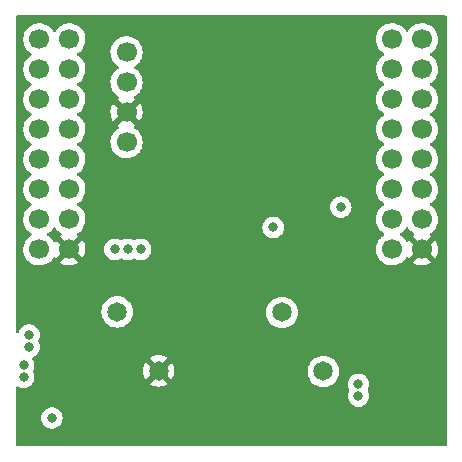
<source format=gbr>
%TF.GenerationSoftware,KiCad,Pcbnew,(6.0.8-1)-1*%
%TF.CreationDate,2024-02-06T23:44:39-06:00*%
%TF.ProjectId,openmv_can_shield,6f70656e-6d76-45f6-9361-6e5f73686965,rev?*%
%TF.SameCoordinates,Original*%
%TF.FileFunction,Copper,L4,Bot*%
%TF.FilePolarity,Positive*%
%FSLAX46Y46*%
G04 Gerber Fmt 4.6, Leading zero omitted, Abs format (unit mm)*
G04 Created by KiCad (PCBNEW (6.0.8-1)-1) date 2024-02-06 23:44:39*
%MOMM*%
%LPD*%
G01*
G04 APERTURE LIST*
%TA.AperFunction,ComponentPad*%
%ADD10C,1.700000*%
%TD*%
%TA.AperFunction,ComponentPad*%
%ADD11C,1.650000*%
%TD*%
%TA.AperFunction,ViaPad*%
%ADD12C,0.800000*%
%TD*%
G04 APERTURE END LIST*
D10*
%TO.P,RT1,A1,SPI_MOSI*%
%TO.N,unconnected-(RT1-PadA1)*%
X125304800Y-82212800D03*
%TO.P,RT1,A2,SPI_MISO_CAN_TX*%
%TO.N,/CAN_TX*%
X125304800Y-84752800D03*
%TO.P,RT1,A3,SPI_SCLK*%
%TO.N,unconnected-(RT1-PadA3)*%
X125304800Y-87292800D03*
%TO.P,RT1,A4,SPI_SS_CAN_RX*%
%TO.N,/CAN_RX*%
X125304800Y-89832800D03*
%TO.P,RT1,A5,I2C_SCL*%
%TO.N,/SCL*%
X125304800Y-92372800D03*
%TO.P,RT1,A6,I2C_SDA*%
%TO.N,/SDA*%
X125304800Y-94912800D03*
%TO.P,RT1,A7,ADC*%
%TO.N,unconnected-(RT1-PadA7)*%
X125304800Y-97452800D03*
%TO.P,RT1,A8,3V3*%
%TO.N,+3.3V*%
X125304800Y-99992800D03*
%TO.P,RT1,B1,ETH_LED*%
%TO.N,unconnected-(RT1-PadB1)*%
X127844800Y-82212800D03*
%TO.P,RT1,B2,ETH_RXN*%
%TO.N,unconnected-(RT1-PadB2)*%
X127844800Y-84752800D03*
%TO.P,RT1,B3,ETH_RXP*%
%TO.N,unconnected-(RT1-PadB3)*%
X127844800Y-87292800D03*
%TO.P,RT1,B4,ETH_TXN*%
%TO.N,unconnected-(RT1-PadB4)*%
X127844800Y-89832800D03*
%TO.P,RT1,B5,ETH_TXP*%
%TO.N,unconnected-(RT1-PadB5)*%
X127844800Y-92372800D03*
%TO.P,RT1,B6,ON_OFF*%
%TO.N,unconnected-(RT1-PadB6)*%
X127844800Y-94912800D03*
%TO.P,RT1,B7,VRAW*%
%TO.N,unconnected-(RT1-PadB7)*%
X127844800Y-97452800D03*
%TO.P,RT1,B8,GND*%
%TO.N,GND*%
X127844800Y-99992800D03*
%TO.P,RT1,C1,NC*%
%TO.N,unconnected-(RT1-PadC1)*%
X155164800Y-82212800D03*
%TO.P,RT1,C2,NC*%
%TO.N,unconnected-(RT1-PadC2)*%
X155164800Y-84752800D03*
%TO.P,RT1,C3,NC*%
%TO.N,unconnected-(RT1-PadC3)*%
X155164800Y-87292800D03*
%TO.P,RT1,C4,NC*%
%TO.N,unconnected-(RT1-PadC4)*%
X155164800Y-89832800D03*
%TO.P,RT1,C5,P14*%
%TO.N,unconnected-(RT1-PadC5)*%
X155164800Y-92372800D03*
%TO.P,RT1,C6,P13*%
%TO.N,unconnected-(RT1-PadC6)*%
X155164800Y-94912800D03*
%TO.P,RT1,C7,SBL*%
%TO.N,unconnected-(RT1-PadC7)*%
X155164800Y-97452800D03*
%TO.P,RT1,C8,3V3*%
%TO.N,+3.3V*%
X155164800Y-99992800D03*
%TO.P,RT1,D1,RESETn*%
%TO.N,unconnected-(RT1-PadD1)*%
X157704800Y-82212800D03*
%TO.P,RT1,D2,P11_WAKEn*%
%TO.N,unconnected-(RT1-PadD2)*%
X157704800Y-84752800D03*
%TO.P,RT1,D3,P10_PWM1_B3*%
%TO.N,unconnected-(RT1-PadD3)*%
X157704800Y-87292800D03*
%TO.P,RT1,D4,P9_PWM1_A3*%
%TO.N,unconnected-(RT1-PadD4)*%
X157704800Y-89832800D03*
%TO.P,RT1,D5,P8_PWM2_B0*%
%TO.N,unconnected-(RT1-PadD5)*%
X157704800Y-92372800D03*
%TO.P,RT1,D6,P7_PWM2_A0*%
%TO.N,unconnected-(RT1-PadD6)*%
X157704800Y-94912800D03*
%TO.P,RT1,D7,VIN*%
%TO.N,+5V*%
X157704800Y-97452800D03*
%TO.P,RT1,D8,GND*%
%TO.N,GND*%
X157704800Y-99992800D03*
%TD*%
D11*
%TO.P,J1,1,1*%
%TO.N,+BATT*%
X131907400Y-105286800D03*
%TO.P,J1,2,2*%
%TO.N,GND*%
X135407400Y-110286800D03*
%TD*%
%TO.P,J3,1,1*%
%TO.N,/CAN_H*%
X145852000Y-105337600D03*
%TO.P,J3,2,2*%
%TO.N,/CAN_L*%
X149352000Y-110337600D03*
%TD*%
D10*
%TO.P,U1,1,EN*%
%TO.N,Net-(R1-Pad2)*%
X132689600Y-83312000D03*
%TO.P,U1,2,VIN*%
%TO.N,+12V*%
X132689600Y-85852000D03*
%TO.P,U1,3,GND*%
%TO.N,GND*%
X132689600Y-88392000D03*
%TO.P,U1,4,VOUT*%
%TO.N,+5V*%
X132689600Y-90932000D03*
%TD*%
D12*
%TO.N,GND*%
X137439400Y-100152200D03*
X150850600Y-92100400D03*
X138963400Y-100152200D03*
X126136400Y-102870000D03*
X156444800Y-111855400D03*
X140487400Y-100152200D03*
X156444800Y-110153600D03*
X149936200Y-98450400D03*
X148107400Y-98069400D03*
%TO.N,/CAN_TX*%
X150825200Y-96418400D03*
%TO.N,/CAN_RX*%
X145110200Y-98145600D03*
%TO.N,/SCL*%
X152323800Y-111420897D03*
%TO.N,/SDA*%
X152323800Y-112420400D03*
%TO.N,+12V*%
X123977400Y-110820200D03*
X124434600Y-107238800D03*
X133883400Y-99999800D03*
X132791200Y-99999800D03*
X123977400Y-109804200D03*
X124434600Y-108254800D03*
X131699000Y-99999800D03*
%TO.N,+BATT*%
X126365000Y-114274600D03*
%TD*%
%TA.AperFunction,Conductor*%
%TO.N,GND*%
G36*
X159733021Y-80208302D02*
G01*
X159779514Y-80261958D01*
X159790900Y-80314300D01*
X159790900Y-116545300D01*
X159770898Y-116613421D01*
X159717242Y-116659914D01*
X159664900Y-116671300D01*
X123433900Y-116671300D01*
X123365779Y-116651298D01*
X123319286Y-116597642D01*
X123307900Y-116545300D01*
X123307900Y-114274600D01*
X125451496Y-114274600D01*
X125471458Y-114464528D01*
X125530473Y-114646156D01*
X125625960Y-114811544D01*
X125753747Y-114953466D01*
X125908248Y-115065718D01*
X125914276Y-115068402D01*
X125914278Y-115068403D01*
X126076681Y-115140709D01*
X126082712Y-115143394D01*
X126176112Y-115163247D01*
X126263056Y-115181728D01*
X126263061Y-115181728D01*
X126269513Y-115183100D01*
X126460487Y-115183100D01*
X126466939Y-115181728D01*
X126466944Y-115181728D01*
X126553888Y-115163247D01*
X126647288Y-115143394D01*
X126653319Y-115140709D01*
X126815722Y-115068403D01*
X126815724Y-115068402D01*
X126821752Y-115065718D01*
X126976253Y-114953466D01*
X127104040Y-114811544D01*
X127199527Y-114646156D01*
X127258542Y-114464528D01*
X127278504Y-114274600D01*
X127258542Y-114084672D01*
X127199527Y-113903044D01*
X127104040Y-113737656D01*
X126976253Y-113595734D01*
X126821752Y-113483482D01*
X126815724Y-113480798D01*
X126815722Y-113480797D01*
X126653319Y-113408491D01*
X126653318Y-113408491D01*
X126647288Y-113405806D01*
X126553887Y-113385953D01*
X126466944Y-113367472D01*
X126466939Y-113367472D01*
X126460487Y-113366100D01*
X126269513Y-113366100D01*
X126263061Y-113367472D01*
X126263056Y-113367472D01*
X126176112Y-113385953D01*
X126082712Y-113405806D01*
X126076682Y-113408491D01*
X126076681Y-113408491D01*
X125914278Y-113480797D01*
X125914276Y-113480798D01*
X125908248Y-113483482D01*
X125753747Y-113595734D01*
X125625960Y-113737656D01*
X125530473Y-113903044D01*
X125471458Y-114084672D01*
X125451496Y-114274600D01*
X123307900Y-114274600D01*
X123307900Y-112420400D01*
X151410296Y-112420400D01*
X151430258Y-112610328D01*
X151489273Y-112791956D01*
X151584760Y-112957344D01*
X151712547Y-113099266D01*
X151867048Y-113211518D01*
X151873076Y-113214202D01*
X151873078Y-113214203D01*
X152035481Y-113286509D01*
X152041512Y-113289194D01*
X152134913Y-113309047D01*
X152221856Y-113327528D01*
X152221861Y-113327528D01*
X152228313Y-113328900D01*
X152419287Y-113328900D01*
X152425739Y-113327528D01*
X152425744Y-113327528D01*
X152512687Y-113309047D01*
X152606088Y-113289194D01*
X152612119Y-113286509D01*
X152774522Y-113214203D01*
X152774524Y-113214202D01*
X152780552Y-113211518D01*
X152935053Y-113099266D01*
X153062840Y-112957344D01*
X153158327Y-112791956D01*
X153217342Y-112610328D01*
X153237304Y-112420400D01*
X153217342Y-112230472D01*
X153158327Y-112048844D01*
X153120686Y-111983648D01*
X153103948Y-111914653D01*
X153120685Y-111857650D01*
X153158327Y-111792453D01*
X153217342Y-111610825D01*
X153219201Y-111593144D01*
X153236614Y-111427462D01*
X153237304Y-111420897D01*
X153234142Y-111390813D01*
X153218032Y-111237532D01*
X153218032Y-111237530D01*
X153217342Y-111230969D01*
X153158327Y-111049341D01*
X153062840Y-110883953D01*
X152999526Y-110813635D01*
X152939475Y-110746942D01*
X152939474Y-110746941D01*
X152935053Y-110742031D01*
X152810227Y-110651339D01*
X152785894Y-110633660D01*
X152785893Y-110633659D01*
X152780552Y-110629779D01*
X152774524Y-110627095D01*
X152774522Y-110627094D01*
X152612119Y-110554788D01*
X152612118Y-110554788D01*
X152606088Y-110552103D01*
X152512688Y-110532250D01*
X152425744Y-110513769D01*
X152425739Y-110513769D01*
X152419287Y-110512397D01*
X152228313Y-110512397D01*
X152221861Y-110513769D01*
X152221856Y-110513769D01*
X152134912Y-110532250D01*
X152041512Y-110552103D01*
X152035482Y-110554788D01*
X152035481Y-110554788D01*
X151873078Y-110627094D01*
X151873076Y-110627095D01*
X151867048Y-110629779D01*
X151861707Y-110633659D01*
X151861706Y-110633660D01*
X151837373Y-110651339D01*
X151712547Y-110742031D01*
X151708126Y-110746941D01*
X151708125Y-110746942D01*
X151648075Y-110813635D01*
X151584760Y-110883953D01*
X151489273Y-111049341D01*
X151430258Y-111230969D01*
X151429568Y-111237530D01*
X151429568Y-111237532D01*
X151413458Y-111390813D01*
X151410296Y-111420897D01*
X151410986Y-111427462D01*
X151428400Y-111593144D01*
X151430258Y-111610825D01*
X151489273Y-111792453D01*
X151526915Y-111857650D01*
X151543652Y-111926642D01*
X151526914Y-111983648D01*
X151489273Y-112048844D01*
X151430258Y-112230472D01*
X151410296Y-112420400D01*
X123307900Y-112420400D01*
X123307900Y-111704036D01*
X123327902Y-111635915D01*
X123381558Y-111589422D01*
X123451832Y-111579318D01*
X123507961Y-111602100D01*
X123520648Y-111611318D01*
X123526676Y-111614002D01*
X123526678Y-111614003D01*
X123689081Y-111686309D01*
X123695112Y-111688994D01*
X123765879Y-111704036D01*
X123875456Y-111727328D01*
X123875461Y-111727328D01*
X123881913Y-111728700D01*
X124072887Y-111728700D01*
X124079339Y-111727328D01*
X124079344Y-111727328D01*
X124188921Y-111704036D01*
X124259688Y-111688994D01*
X124265719Y-111686309D01*
X124428122Y-111614003D01*
X124428124Y-111614002D01*
X124434152Y-111611318D01*
X124445410Y-111603139D01*
X124529736Y-111541872D01*
X124588653Y-111499066D01*
X124593075Y-111494155D01*
X124686124Y-111390813D01*
X134667942Y-111390813D01*
X134677238Y-111402828D01*
X134733846Y-111442465D01*
X134743341Y-111447948D01*
X134944764Y-111541872D01*
X134955056Y-111545618D01*
X135169728Y-111603139D01*
X135180523Y-111605042D01*
X135401925Y-111624413D01*
X135412875Y-111624413D01*
X135634277Y-111605042D01*
X135645072Y-111603139D01*
X135859744Y-111545618D01*
X135870036Y-111541872D01*
X136071459Y-111447948D01*
X136080954Y-111442465D01*
X136138400Y-111402241D01*
X136146775Y-111391764D01*
X136139707Y-111378317D01*
X135420212Y-110658822D01*
X135406268Y-110651208D01*
X135404435Y-110651339D01*
X135397820Y-110655590D01*
X134674372Y-111379038D01*
X134667942Y-111390813D01*
X124686124Y-111390813D01*
X124712021Y-111362052D01*
X124712022Y-111362051D01*
X124716440Y-111357144D01*
X124811927Y-111191756D01*
X124870942Y-111010128D01*
X124876174Y-110960354D01*
X124890214Y-110826765D01*
X124890904Y-110820200D01*
X124887742Y-110790116D01*
X124871632Y-110636835D01*
X124871632Y-110636833D01*
X124870942Y-110630272D01*
X124811927Y-110448644D01*
X124769524Y-110375200D01*
X124752786Y-110306205D01*
X124756876Y-110292275D01*
X134069787Y-110292275D01*
X134089158Y-110513677D01*
X134091061Y-110524472D01*
X134148582Y-110739144D01*
X134152328Y-110749436D01*
X134246252Y-110950859D01*
X134251735Y-110960354D01*
X134291959Y-111017800D01*
X134302436Y-111026175D01*
X134315883Y-111019107D01*
X135035378Y-110299612D01*
X135041756Y-110287932D01*
X135771808Y-110287932D01*
X135771939Y-110289765D01*
X135776190Y-110296380D01*
X136499638Y-111019828D01*
X136511413Y-111026258D01*
X136523428Y-111016962D01*
X136563065Y-110960354D01*
X136568548Y-110950859D01*
X136662472Y-110749436D01*
X136666218Y-110739144D01*
X136723739Y-110524472D01*
X136725642Y-110513677D01*
X136741047Y-110337600D01*
X148013406Y-110337600D01*
X148033742Y-110570044D01*
X148035166Y-110575357D01*
X148035166Y-110575359D01*
X148051639Y-110636835D01*
X148094133Y-110795426D01*
X148096455Y-110800406D01*
X148096456Y-110800408D01*
X148190418Y-111001910D01*
X148190421Y-111001915D01*
X148192744Y-111006897D01*
X148195900Y-111011404D01*
X148195901Y-111011406D01*
X148322184Y-111191756D01*
X148326578Y-111198032D01*
X148491568Y-111363022D01*
X148496076Y-111366179D01*
X148496079Y-111366181D01*
X148612855Y-111447948D01*
X148682703Y-111496856D01*
X148687685Y-111499179D01*
X148687690Y-111499182D01*
X148889192Y-111593144D01*
X148894174Y-111595467D01*
X148899482Y-111596889D01*
X148899484Y-111596890D01*
X149114241Y-111654434D01*
X149114243Y-111654434D01*
X149119556Y-111655858D01*
X149352000Y-111676194D01*
X149584444Y-111655858D01*
X149589757Y-111654434D01*
X149589759Y-111654434D01*
X149804516Y-111596890D01*
X149804518Y-111596889D01*
X149809826Y-111595467D01*
X149814808Y-111593144D01*
X150016310Y-111499182D01*
X150016315Y-111499179D01*
X150021297Y-111496856D01*
X150091145Y-111447948D01*
X150207921Y-111366181D01*
X150207924Y-111366179D01*
X150212432Y-111363022D01*
X150377422Y-111198032D01*
X150381817Y-111191756D01*
X150508099Y-111011406D01*
X150508100Y-111011404D01*
X150511256Y-111006897D01*
X150513579Y-111001915D01*
X150513582Y-111001910D01*
X150607544Y-110800408D01*
X150607545Y-110800406D01*
X150609867Y-110795426D01*
X150652362Y-110636835D01*
X150668834Y-110575359D01*
X150668834Y-110575357D01*
X150670258Y-110570044D01*
X150690594Y-110337600D01*
X150670258Y-110105156D01*
X150638750Y-109987565D01*
X150611290Y-109885084D01*
X150611289Y-109885082D01*
X150609867Y-109879774D01*
X150583936Y-109824164D01*
X150513582Y-109673290D01*
X150513579Y-109673285D01*
X150511256Y-109668303D01*
X150472705Y-109613246D01*
X150380581Y-109481679D01*
X150380579Y-109481676D01*
X150377422Y-109477168D01*
X150212432Y-109312178D01*
X150207924Y-109309021D01*
X150207921Y-109309019D01*
X150025806Y-109181501D01*
X150025804Y-109181500D01*
X150021297Y-109178344D01*
X150016315Y-109176021D01*
X150016310Y-109176018D01*
X149814808Y-109082056D01*
X149814806Y-109082055D01*
X149809826Y-109079733D01*
X149804518Y-109078311D01*
X149804516Y-109078310D01*
X149589759Y-109020766D01*
X149589757Y-109020766D01*
X149584444Y-109019342D01*
X149352000Y-108999006D01*
X149119556Y-109019342D01*
X149114243Y-109020766D01*
X149114241Y-109020766D01*
X148899484Y-109078310D01*
X148899482Y-109078311D01*
X148894174Y-109079733D01*
X148889194Y-109082055D01*
X148889192Y-109082056D01*
X148687690Y-109176018D01*
X148687685Y-109176021D01*
X148682703Y-109178344D01*
X148678196Y-109181500D01*
X148678194Y-109181501D01*
X148496079Y-109309019D01*
X148496076Y-109309021D01*
X148491568Y-109312178D01*
X148326578Y-109477168D01*
X148323421Y-109481676D01*
X148323419Y-109481679D01*
X148231295Y-109613246D01*
X148192744Y-109668303D01*
X148190421Y-109673285D01*
X148190418Y-109673290D01*
X148120064Y-109824164D01*
X148094133Y-109879774D01*
X148092711Y-109885082D01*
X148092710Y-109885084D01*
X148065250Y-109987565D01*
X148033742Y-110105156D01*
X148013406Y-110337600D01*
X136741047Y-110337600D01*
X136745013Y-110292275D01*
X136745013Y-110281325D01*
X136725642Y-110059923D01*
X136723739Y-110049128D01*
X136666218Y-109834456D01*
X136662472Y-109824164D01*
X136568548Y-109622741D01*
X136563065Y-109613246D01*
X136522841Y-109555800D01*
X136512364Y-109547425D01*
X136498917Y-109554493D01*
X135779422Y-110273988D01*
X135771808Y-110287932D01*
X135041756Y-110287932D01*
X135042992Y-110285668D01*
X135042861Y-110283835D01*
X135038610Y-110277220D01*
X134315162Y-109553772D01*
X134303387Y-109547342D01*
X134291372Y-109556638D01*
X134251735Y-109613246D01*
X134246252Y-109622741D01*
X134152328Y-109824164D01*
X134148582Y-109834456D01*
X134091061Y-110049128D01*
X134089158Y-110059923D01*
X134069787Y-110281325D01*
X134069787Y-110292275D01*
X124756876Y-110292275D01*
X124769524Y-110249200D01*
X124808623Y-110181479D01*
X124808624Y-110181478D01*
X124811927Y-110175756D01*
X124870942Y-109994128D01*
X124878496Y-109922261D01*
X124890214Y-109810765D01*
X124890904Y-109804200D01*
X124870942Y-109614272D01*
X124811927Y-109432644D01*
X124720518Y-109274319D01*
X124703780Y-109205325D01*
X124711909Y-109181836D01*
X134668025Y-109181836D01*
X134675093Y-109195283D01*
X135394588Y-109914778D01*
X135408532Y-109922392D01*
X135410365Y-109922261D01*
X135416980Y-109918010D01*
X136140428Y-109194562D01*
X136146858Y-109182787D01*
X136137562Y-109170772D01*
X136080954Y-109131135D01*
X136071459Y-109125652D01*
X135870036Y-109031728D01*
X135859744Y-109027982D01*
X135645072Y-108970461D01*
X135634277Y-108968558D01*
X135412875Y-108949187D01*
X135401925Y-108949187D01*
X135180523Y-108968558D01*
X135169728Y-108970461D01*
X134955056Y-109027982D01*
X134944764Y-109031728D01*
X134743341Y-109125652D01*
X134733846Y-109131135D01*
X134676400Y-109171359D01*
X134668025Y-109181836D01*
X124711909Y-109181836D01*
X124727000Y-109138233D01*
X124778388Y-109096213D01*
X124885322Y-109048603D01*
X124885324Y-109048602D01*
X124891352Y-109045918D01*
X124913153Y-109030079D01*
X124997828Y-108968558D01*
X125045853Y-108933666D01*
X125173640Y-108791744D01*
X125269127Y-108626356D01*
X125328142Y-108444728D01*
X125348104Y-108254800D01*
X125347414Y-108248235D01*
X125328832Y-108071435D01*
X125328832Y-108071433D01*
X125328142Y-108064872D01*
X125269127Y-107883244D01*
X125226724Y-107809800D01*
X125209986Y-107740805D01*
X125226724Y-107683800D01*
X125265823Y-107616079D01*
X125265824Y-107616078D01*
X125269127Y-107610356D01*
X125328142Y-107428728D01*
X125348104Y-107238800D01*
X125347414Y-107232235D01*
X125328832Y-107055435D01*
X125328832Y-107055433D01*
X125328142Y-107048872D01*
X125269127Y-106867244D01*
X125173640Y-106701856D01*
X125104794Y-106625394D01*
X125050275Y-106564845D01*
X125050274Y-106564844D01*
X125045853Y-106559934D01*
X124891352Y-106447682D01*
X124885324Y-106444998D01*
X124885322Y-106444997D01*
X124722919Y-106372691D01*
X124722918Y-106372691D01*
X124716888Y-106370006D01*
X124623488Y-106350153D01*
X124536544Y-106331672D01*
X124536539Y-106331672D01*
X124530087Y-106330300D01*
X124339113Y-106330300D01*
X124332661Y-106331672D01*
X124332656Y-106331672D01*
X124245712Y-106350153D01*
X124152312Y-106370006D01*
X124146282Y-106372691D01*
X124146281Y-106372691D01*
X123983878Y-106444997D01*
X123983876Y-106444998D01*
X123977848Y-106447682D01*
X123823347Y-106559934D01*
X123818926Y-106564844D01*
X123818925Y-106564845D01*
X123764407Y-106625394D01*
X123695560Y-106701856D01*
X123600073Y-106867244D01*
X123598031Y-106873529D01*
X123553733Y-107009863D01*
X123513659Y-107068469D01*
X123448263Y-107096106D01*
X123378306Y-107083999D01*
X123326000Y-107035993D01*
X123307900Y-106970927D01*
X123307900Y-105286800D01*
X130568806Y-105286800D01*
X130589142Y-105519244D01*
X130649533Y-105744626D01*
X130651855Y-105749606D01*
X130651856Y-105749608D01*
X130745818Y-105951110D01*
X130745821Y-105951115D01*
X130748144Y-105956097D01*
X130751300Y-105960604D01*
X130751301Y-105960606D01*
X130786872Y-106011406D01*
X130881978Y-106147232D01*
X131046968Y-106312222D01*
X131051476Y-106315379D01*
X131051479Y-106315381D01*
X131233594Y-106442899D01*
X131238103Y-106446056D01*
X131243085Y-106448379D01*
X131243090Y-106448382D01*
X131444592Y-106542344D01*
X131449574Y-106544667D01*
X131454882Y-106546089D01*
X131454884Y-106546090D01*
X131669641Y-106603634D01*
X131669643Y-106603634D01*
X131674956Y-106605058D01*
X131907400Y-106625394D01*
X132139844Y-106605058D01*
X132145157Y-106603634D01*
X132145159Y-106603634D01*
X132359916Y-106546090D01*
X132359918Y-106546089D01*
X132365226Y-106544667D01*
X132370208Y-106542344D01*
X132571710Y-106448382D01*
X132571715Y-106448379D01*
X132576697Y-106446056D01*
X132581206Y-106442899D01*
X132763321Y-106315381D01*
X132763324Y-106315379D01*
X132767832Y-106312222D01*
X132932822Y-106147232D01*
X133027929Y-106011406D01*
X133063499Y-105960606D01*
X133063500Y-105960604D01*
X133066656Y-105956097D01*
X133068979Y-105951115D01*
X133068982Y-105951110D01*
X133162944Y-105749608D01*
X133162945Y-105749606D01*
X133165267Y-105744626D01*
X133225658Y-105519244D01*
X133241550Y-105337600D01*
X144513406Y-105337600D01*
X144533742Y-105570044D01*
X144594133Y-105795426D01*
X144596455Y-105800406D01*
X144596456Y-105800408D01*
X144690418Y-106001910D01*
X144690421Y-106001915D01*
X144692744Y-106006897D01*
X144695900Y-106011404D01*
X144695901Y-106011406D01*
X144791008Y-106147232D01*
X144826578Y-106198032D01*
X144991568Y-106363022D01*
X144996076Y-106366179D01*
X144996079Y-106366181D01*
X145178194Y-106493699D01*
X145182703Y-106496856D01*
X145187685Y-106499179D01*
X145187690Y-106499182D01*
X145328505Y-106564845D01*
X145394174Y-106595467D01*
X145399482Y-106596889D01*
X145399484Y-106596890D01*
X145614241Y-106654434D01*
X145614243Y-106654434D01*
X145619556Y-106655858D01*
X145852000Y-106676194D01*
X146084444Y-106655858D01*
X146089757Y-106654434D01*
X146089759Y-106654434D01*
X146304516Y-106596890D01*
X146304518Y-106596889D01*
X146309826Y-106595467D01*
X146375495Y-106564845D01*
X146516310Y-106499182D01*
X146516315Y-106499179D01*
X146521297Y-106496856D01*
X146525806Y-106493699D01*
X146707921Y-106366181D01*
X146707924Y-106366179D01*
X146712432Y-106363022D01*
X146877422Y-106198032D01*
X146912993Y-106147232D01*
X147008099Y-106011406D01*
X147008100Y-106011404D01*
X147011256Y-106006897D01*
X147013579Y-106001915D01*
X147013582Y-106001910D01*
X147107544Y-105800408D01*
X147107545Y-105800406D01*
X147109867Y-105795426D01*
X147170258Y-105570044D01*
X147190594Y-105337600D01*
X147170258Y-105105156D01*
X147109867Y-104879774D01*
X147088655Y-104834284D01*
X147013582Y-104673290D01*
X147013579Y-104673285D01*
X147011256Y-104668303D01*
X147008099Y-104663794D01*
X146880581Y-104481679D01*
X146880579Y-104481676D01*
X146877422Y-104477168D01*
X146712432Y-104312178D01*
X146707924Y-104309021D01*
X146707921Y-104309019D01*
X146525806Y-104181501D01*
X146525804Y-104181500D01*
X146521297Y-104178344D01*
X146516315Y-104176021D01*
X146516310Y-104176018D01*
X146314808Y-104082056D01*
X146314806Y-104082055D01*
X146309826Y-104079733D01*
X146304518Y-104078311D01*
X146304516Y-104078310D01*
X146089759Y-104020766D01*
X146089757Y-104020766D01*
X146084444Y-104019342D01*
X145852000Y-103999006D01*
X145619556Y-104019342D01*
X145614243Y-104020766D01*
X145614241Y-104020766D01*
X145399484Y-104078310D01*
X145399482Y-104078311D01*
X145394174Y-104079733D01*
X145389194Y-104082055D01*
X145389192Y-104082056D01*
X145187690Y-104176018D01*
X145187685Y-104176021D01*
X145182703Y-104178344D01*
X145178196Y-104181500D01*
X145178194Y-104181501D01*
X144996079Y-104309019D01*
X144996076Y-104309021D01*
X144991568Y-104312178D01*
X144826578Y-104477168D01*
X144823421Y-104481676D01*
X144823419Y-104481679D01*
X144695901Y-104663794D01*
X144692744Y-104668303D01*
X144690421Y-104673285D01*
X144690418Y-104673290D01*
X144615345Y-104834284D01*
X144594133Y-104879774D01*
X144533742Y-105105156D01*
X144513406Y-105337600D01*
X133241550Y-105337600D01*
X133245994Y-105286800D01*
X133225658Y-105054356D01*
X133165267Y-104828974D01*
X133088242Y-104663794D01*
X133068982Y-104622490D01*
X133068979Y-104622485D01*
X133066656Y-104617503D01*
X132971551Y-104481679D01*
X132935981Y-104430879D01*
X132935979Y-104430876D01*
X132932822Y-104426368D01*
X132767832Y-104261378D01*
X132763324Y-104258221D01*
X132763321Y-104258219D01*
X132581206Y-104130701D01*
X132581204Y-104130700D01*
X132576697Y-104127544D01*
X132571715Y-104125221D01*
X132571710Y-104125218D01*
X132370208Y-104031256D01*
X132370206Y-104031255D01*
X132365226Y-104028933D01*
X132359918Y-104027511D01*
X132359916Y-104027510D01*
X132145159Y-103969966D01*
X132145157Y-103969966D01*
X132139844Y-103968542D01*
X131907400Y-103948206D01*
X131674956Y-103968542D01*
X131669643Y-103969966D01*
X131669641Y-103969966D01*
X131454884Y-104027510D01*
X131454882Y-104027511D01*
X131449574Y-104028933D01*
X131444594Y-104031255D01*
X131444592Y-104031256D01*
X131243090Y-104125218D01*
X131243085Y-104125221D01*
X131238103Y-104127544D01*
X131233596Y-104130700D01*
X131233594Y-104130701D01*
X131051479Y-104258219D01*
X131051476Y-104258221D01*
X131046968Y-104261378D01*
X130881978Y-104426368D01*
X130878821Y-104430876D01*
X130878819Y-104430879D01*
X130843249Y-104481679D01*
X130748144Y-104617503D01*
X130745821Y-104622485D01*
X130745818Y-104622490D01*
X130726558Y-104663794D01*
X130649533Y-104828974D01*
X130589142Y-105054356D01*
X130568806Y-105286800D01*
X123307900Y-105286800D01*
X123307900Y-99959495D01*
X123942051Y-99959495D01*
X123942348Y-99964648D01*
X123942348Y-99964651D01*
X123944710Y-100005612D01*
X123954910Y-100182515D01*
X123956047Y-100187561D01*
X123956048Y-100187567D01*
X123977075Y-100280869D01*
X124004022Y-100400439D01*
X124088066Y-100607416D01*
X124131728Y-100678666D01*
X124198138Y-100787037D01*
X124204787Y-100797888D01*
X124351050Y-100966738D01*
X124522926Y-101109432D01*
X124715800Y-101222138D01*
X124924492Y-101301830D01*
X124929560Y-101302861D01*
X124929563Y-101302862D01*
X125034404Y-101324192D01*
X125143397Y-101346367D01*
X125148572Y-101346557D01*
X125148574Y-101346557D01*
X125361473Y-101354364D01*
X125361477Y-101354364D01*
X125366637Y-101354553D01*
X125371757Y-101353897D01*
X125371759Y-101353897D01*
X125583088Y-101326825D01*
X125583089Y-101326825D01*
X125588216Y-101326168D01*
X125593166Y-101324683D01*
X125797229Y-101263461D01*
X125797234Y-101263459D01*
X125802184Y-101261974D01*
X126002794Y-101163696D01*
X126067344Y-101117653D01*
X127084777Y-101117653D01*
X127090058Y-101124707D01*
X127251556Y-101219079D01*
X127260842Y-101223529D01*
X127459801Y-101299503D01*
X127469699Y-101302379D01*
X127678395Y-101344838D01*
X127688623Y-101346057D01*
X127901450Y-101353862D01*
X127911736Y-101353395D01*
X128122985Y-101326334D01*
X128133062Y-101324192D01*
X128337055Y-101262991D01*
X128346642Y-101259233D01*
X128537898Y-101165538D01*
X128546744Y-101160265D01*
X128594047Y-101126523D01*
X128602448Y-101115823D01*
X128595460Y-101102670D01*
X127857612Y-100364822D01*
X127843668Y-100357208D01*
X127841835Y-100357339D01*
X127835220Y-100361590D01*
X127091537Y-101105273D01*
X127084777Y-101117653D01*
X126067344Y-101117653D01*
X126184660Y-101033973D01*
X126342896Y-100876289D01*
X126348426Y-100868594D01*
X126473253Y-100694877D01*
X126474440Y-100695730D01*
X126521760Y-100652162D01*
X126591697Y-100639945D01*
X126657138Y-100667478D01*
X126684966Y-100699312D01*
X126711259Y-100742219D01*
X126721716Y-100751680D01*
X126730494Y-100747896D01*
X127472778Y-100005612D01*
X127479156Y-99993932D01*
X128209208Y-99993932D01*
X128209339Y-99995765D01*
X128213590Y-100002380D01*
X128955274Y-100744064D01*
X128967284Y-100750623D01*
X128979023Y-100741655D01*
X129009804Y-100698819D01*
X129015115Y-100689980D01*
X129109470Y-100499067D01*
X129113269Y-100489472D01*
X129175176Y-100285715D01*
X129177355Y-100275634D01*
X129205390Y-100062687D01*
X129205909Y-100056012D01*
X129207283Y-99999800D01*
X130785496Y-99999800D01*
X130805458Y-100189728D01*
X130864473Y-100371356D01*
X130867776Y-100377078D01*
X130867777Y-100377079D01*
X130881264Y-100400439D01*
X130959960Y-100536744D01*
X131087747Y-100678666D01*
X131242248Y-100790918D01*
X131248276Y-100793602D01*
X131248278Y-100793603D01*
X131410681Y-100865909D01*
X131416712Y-100868594D01*
X131510113Y-100888447D01*
X131597056Y-100906928D01*
X131597061Y-100906928D01*
X131603513Y-100908300D01*
X131794487Y-100908300D01*
X131800939Y-100906928D01*
X131800944Y-100906928D01*
X131887887Y-100888447D01*
X131981288Y-100868594D01*
X131987319Y-100865909D01*
X132149722Y-100793603D01*
X132149724Y-100793602D01*
X132155752Y-100790918D01*
X132171038Y-100779812D01*
X132237905Y-100755953D01*
X132307057Y-100772032D01*
X132319161Y-100779811D01*
X132334448Y-100790918D01*
X132340476Y-100793602D01*
X132340478Y-100793603D01*
X132502881Y-100865909D01*
X132508912Y-100868594D01*
X132602313Y-100888447D01*
X132689256Y-100906928D01*
X132689261Y-100906928D01*
X132695713Y-100908300D01*
X132886687Y-100908300D01*
X132893139Y-100906928D01*
X132893144Y-100906928D01*
X132980087Y-100888447D01*
X133073488Y-100868594D01*
X133079519Y-100865909D01*
X133241922Y-100793603D01*
X133241924Y-100793602D01*
X133247952Y-100790918D01*
X133263238Y-100779812D01*
X133330105Y-100755953D01*
X133399257Y-100772032D01*
X133411361Y-100779811D01*
X133426648Y-100790918D01*
X133432676Y-100793602D01*
X133432678Y-100793603D01*
X133595081Y-100865909D01*
X133601112Y-100868594D01*
X133694513Y-100888447D01*
X133781456Y-100906928D01*
X133781461Y-100906928D01*
X133787913Y-100908300D01*
X133978887Y-100908300D01*
X133985339Y-100906928D01*
X133985344Y-100906928D01*
X134072287Y-100888447D01*
X134165688Y-100868594D01*
X134171719Y-100865909D01*
X134334122Y-100793603D01*
X134334124Y-100793602D01*
X134340152Y-100790918D01*
X134494653Y-100678666D01*
X134622440Y-100536744D01*
X134701136Y-100400439D01*
X134714623Y-100377079D01*
X134714624Y-100377078D01*
X134717927Y-100371356D01*
X134776942Y-100189728D01*
X134796904Y-99999800D01*
X134792668Y-99959495D01*
X153802051Y-99959495D01*
X153802348Y-99964648D01*
X153802348Y-99964651D01*
X153804710Y-100005612D01*
X153814910Y-100182515D01*
X153816047Y-100187561D01*
X153816048Y-100187567D01*
X153837075Y-100280869D01*
X153864022Y-100400439D01*
X153948066Y-100607416D01*
X153991728Y-100678666D01*
X154058138Y-100787037D01*
X154064787Y-100797888D01*
X154211050Y-100966738D01*
X154382926Y-101109432D01*
X154575800Y-101222138D01*
X154784492Y-101301830D01*
X154789560Y-101302861D01*
X154789563Y-101302862D01*
X154894404Y-101324192D01*
X155003397Y-101346367D01*
X155008572Y-101346557D01*
X155008574Y-101346557D01*
X155221473Y-101354364D01*
X155221477Y-101354364D01*
X155226637Y-101354553D01*
X155231757Y-101353897D01*
X155231759Y-101353897D01*
X155443088Y-101326825D01*
X155443089Y-101326825D01*
X155448216Y-101326168D01*
X155453166Y-101324683D01*
X155657229Y-101263461D01*
X155657234Y-101263459D01*
X155662184Y-101261974D01*
X155862794Y-101163696D01*
X155927344Y-101117653D01*
X156944777Y-101117653D01*
X156950058Y-101124707D01*
X157111556Y-101219079D01*
X157120842Y-101223529D01*
X157319801Y-101299503D01*
X157329699Y-101302379D01*
X157538395Y-101344838D01*
X157548623Y-101346057D01*
X157761450Y-101353862D01*
X157771736Y-101353395D01*
X157982985Y-101326334D01*
X157993062Y-101324192D01*
X158197055Y-101262991D01*
X158206642Y-101259233D01*
X158397898Y-101165538D01*
X158406744Y-101160265D01*
X158454047Y-101126523D01*
X158462448Y-101115823D01*
X158455460Y-101102670D01*
X157717612Y-100364822D01*
X157703668Y-100357208D01*
X157701835Y-100357339D01*
X157695220Y-100361590D01*
X156951537Y-101105273D01*
X156944777Y-101117653D01*
X155927344Y-101117653D01*
X156044660Y-101033973D01*
X156202896Y-100876289D01*
X156208426Y-100868594D01*
X156333253Y-100694877D01*
X156334440Y-100695730D01*
X156381760Y-100652162D01*
X156451697Y-100639945D01*
X156517138Y-100667478D01*
X156544966Y-100699312D01*
X156571259Y-100742219D01*
X156581716Y-100751680D01*
X156590494Y-100747896D01*
X157332778Y-100005612D01*
X157339156Y-99993932D01*
X158069208Y-99993932D01*
X158069339Y-99995765D01*
X158073590Y-100002380D01*
X158815274Y-100744064D01*
X158827284Y-100750623D01*
X158839023Y-100741655D01*
X158869804Y-100698819D01*
X158875115Y-100689980D01*
X158969470Y-100499067D01*
X158973269Y-100489472D01*
X159035176Y-100285715D01*
X159037355Y-100275634D01*
X159065390Y-100062687D01*
X159065909Y-100056012D01*
X159067372Y-99996164D01*
X159067178Y-99989446D01*
X159049581Y-99775404D01*
X159047896Y-99765224D01*
X158996014Y-99558675D01*
X158992694Y-99548924D01*
X158907772Y-99353614D01*
X158902905Y-99344539D01*
X158837863Y-99243997D01*
X158827177Y-99234795D01*
X158817612Y-99239198D01*
X158076822Y-99979988D01*
X158069208Y-99993932D01*
X157339156Y-99993932D01*
X157340392Y-99991668D01*
X157340261Y-99989835D01*
X157336010Y-99983220D01*
X156594649Y-99241859D01*
X156583113Y-99235559D01*
X156570831Y-99245182D01*
X156538299Y-99292872D01*
X156483387Y-99337875D01*
X156412863Y-99346046D01*
X156349116Y-99314792D01*
X156328418Y-99290308D01*
X156247622Y-99165417D01*
X156247620Y-99165414D01*
X156244814Y-99161077D01*
X156094470Y-98995851D01*
X156090419Y-98992652D01*
X156090415Y-98992648D01*
X155923214Y-98860600D01*
X155923210Y-98860598D01*
X155919159Y-98857398D01*
X155877853Y-98834596D01*
X155827884Y-98784164D01*
X155813112Y-98714721D01*
X155838228Y-98648316D01*
X155865580Y-98621709D01*
X155909403Y-98590450D01*
X156044660Y-98493973D01*
X156202896Y-98336289D01*
X156262394Y-98253489D01*
X156333253Y-98154877D01*
X156334576Y-98155828D01*
X156381445Y-98112657D01*
X156451380Y-98100425D01*
X156516826Y-98127944D01*
X156544675Y-98159794D01*
X156604787Y-98257888D01*
X156751050Y-98426738D01*
X156922926Y-98569432D01*
X156996245Y-98612276D01*
X156996755Y-98612574D01*
X157045479Y-98664212D01*
X157058550Y-98733995D01*
X157031819Y-98799767D01*
X156991362Y-98833127D01*
X156983260Y-98837344D01*
X156974534Y-98842839D01*
X156954477Y-98857899D01*
X156946023Y-98869227D01*
X156952768Y-98881558D01*
X157691988Y-99620778D01*
X157705932Y-99628392D01*
X157707765Y-99628261D01*
X157714380Y-99624010D01*
X158458189Y-98880201D01*
X158465210Y-98867344D01*
X158458411Y-98858013D01*
X158454359Y-98855321D01*
X158417402Y-98834920D01*
X158367431Y-98784487D01*
X158352659Y-98715045D01*
X158377775Y-98648639D01*
X158405127Y-98622032D01*
X158428597Y-98605291D01*
X158584660Y-98493973D01*
X158742896Y-98336289D01*
X158802394Y-98253489D01*
X158870235Y-98159077D01*
X158873253Y-98154877D01*
X158894120Y-98112657D01*
X158969936Y-97959253D01*
X158969937Y-97959251D01*
X158972230Y-97954611D01*
X159027091Y-97774044D01*
X159035665Y-97745823D01*
X159035665Y-97745821D01*
X159037170Y-97740869D01*
X159066329Y-97519390D01*
X159067616Y-97466734D01*
X159067874Y-97456165D01*
X159067874Y-97456161D01*
X159067956Y-97452800D01*
X159049652Y-97230161D01*
X158995231Y-97013502D01*
X158906154Y-96808640D01*
X158784814Y-96621077D01*
X158634470Y-96455851D01*
X158630419Y-96452652D01*
X158630415Y-96452648D01*
X158463214Y-96320600D01*
X158463210Y-96320598D01*
X158459159Y-96317398D01*
X158417853Y-96294596D01*
X158367884Y-96244164D01*
X158353112Y-96174721D01*
X158378228Y-96108316D01*
X158405580Y-96081709D01*
X158462482Y-96041121D01*
X158584660Y-95953973D01*
X158742896Y-95796289D01*
X158780150Y-95744445D01*
X158870235Y-95619077D01*
X158873253Y-95614877D01*
X158894120Y-95572657D01*
X158969936Y-95419253D01*
X158969937Y-95419251D01*
X158972230Y-95414611D01*
X159037170Y-95200869D01*
X159066329Y-94979390D01*
X159067956Y-94912800D01*
X159049652Y-94690161D01*
X158995231Y-94473502D01*
X158906154Y-94268640D01*
X158784814Y-94081077D01*
X158634470Y-93915851D01*
X158630419Y-93912652D01*
X158630415Y-93912648D01*
X158463214Y-93780600D01*
X158463210Y-93780598D01*
X158459159Y-93777398D01*
X158417853Y-93754596D01*
X158367884Y-93704164D01*
X158353112Y-93634721D01*
X158378228Y-93568316D01*
X158405580Y-93541709D01*
X158449403Y-93510450D01*
X158584660Y-93413973D01*
X158742896Y-93256289D01*
X158802394Y-93173489D01*
X158870235Y-93079077D01*
X158873253Y-93074877D01*
X158894120Y-93032657D01*
X158969936Y-92879253D01*
X158969937Y-92879251D01*
X158972230Y-92874611D01*
X159037170Y-92660869D01*
X159066329Y-92439390D01*
X159067956Y-92372800D01*
X159049652Y-92150161D01*
X158995231Y-91933502D01*
X158906154Y-91728640D01*
X158847696Y-91638277D01*
X158787622Y-91545417D01*
X158787620Y-91545414D01*
X158784814Y-91541077D01*
X158634470Y-91375851D01*
X158630419Y-91372652D01*
X158630415Y-91372648D01*
X158463214Y-91240600D01*
X158463210Y-91240598D01*
X158459159Y-91237398D01*
X158417853Y-91214596D01*
X158367884Y-91164164D01*
X158353112Y-91094721D01*
X158378228Y-91028316D01*
X158405580Y-91001709D01*
X158449403Y-90970450D01*
X158584660Y-90873973D01*
X158742896Y-90716289D01*
X158802394Y-90633489D01*
X158870235Y-90539077D01*
X158873253Y-90534877D01*
X158894120Y-90492657D01*
X158969936Y-90339253D01*
X158969937Y-90339251D01*
X158972230Y-90334611D01*
X159037170Y-90120869D01*
X159066329Y-89899390D01*
X159067956Y-89832800D01*
X159049652Y-89610161D01*
X158995231Y-89393502D01*
X158906154Y-89188640D01*
X158847529Y-89098019D01*
X158787622Y-89005417D01*
X158787620Y-89005414D01*
X158784814Y-89001077D01*
X158634470Y-88835851D01*
X158630419Y-88832652D01*
X158630415Y-88832648D01*
X158463214Y-88700600D01*
X158463210Y-88700598D01*
X158459159Y-88697398D01*
X158417853Y-88674596D01*
X158367884Y-88624164D01*
X158353112Y-88554721D01*
X158378228Y-88488316D01*
X158405580Y-88461709D01*
X158449403Y-88430450D01*
X158584660Y-88333973D01*
X158742896Y-88176289D01*
X158802394Y-88093489D01*
X158870235Y-87999077D01*
X158873253Y-87994877D01*
X158891541Y-87957875D01*
X158969936Y-87799253D01*
X158969937Y-87799251D01*
X158972230Y-87794611D01*
X159037170Y-87580869D01*
X159066329Y-87359390D01*
X159067956Y-87292800D01*
X159049652Y-87070161D01*
X158995231Y-86853502D01*
X158906154Y-86648640D01*
X158847696Y-86558277D01*
X158787622Y-86465417D01*
X158787620Y-86465414D01*
X158784814Y-86461077D01*
X158634470Y-86295851D01*
X158630419Y-86292652D01*
X158630415Y-86292648D01*
X158463214Y-86160600D01*
X158463210Y-86160598D01*
X158459159Y-86157398D01*
X158417853Y-86134596D01*
X158367884Y-86084164D01*
X158353112Y-86014721D01*
X158378228Y-85948316D01*
X158405580Y-85921709D01*
X158449403Y-85890450D01*
X158584660Y-85793973D01*
X158742896Y-85636289D01*
X158802394Y-85553489D01*
X158870235Y-85459077D01*
X158873253Y-85454877D01*
X158894120Y-85412657D01*
X158969936Y-85259253D01*
X158969937Y-85259251D01*
X158972230Y-85254611D01*
X159037170Y-85040869D01*
X159066329Y-84819390D01*
X159067956Y-84752800D01*
X159049652Y-84530161D01*
X158995231Y-84313502D01*
X158906154Y-84108640D01*
X158847696Y-84018277D01*
X158787622Y-83925417D01*
X158787620Y-83925414D01*
X158784814Y-83921077D01*
X158634470Y-83755851D01*
X158630419Y-83752652D01*
X158630415Y-83752648D01*
X158463214Y-83620600D01*
X158463210Y-83620598D01*
X158459159Y-83617398D01*
X158417853Y-83594596D01*
X158367884Y-83544164D01*
X158353112Y-83474721D01*
X158378228Y-83408316D01*
X158405580Y-83381709D01*
X158449403Y-83350450D01*
X158584660Y-83253973D01*
X158742896Y-83096289D01*
X158802394Y-83013489D01*
X158870235Y-82919077D01*
X158873253Y-82914877D01*
X158894120Y-82872657D01*
X158969936Y-82719253D01*
X158969937Y-82719251D01*
X158972230Y-82714611D01*
X159037170Y-82500869D01*
X159066329Y-82279390D01*
X159067956Y-82212800D01*
X159049652Y-81990161D01*
X158995231Y-81773502D01*
X158906154Y-81568640D01*
X158784814Y-81381077D01*
X158634470Y-81215851D01*
X158630419Y-81212652D01*
X158630415Y-81212648D01*
X158463214Y-81080600D01*
X158463210Y-81080598D01*
X158459159Y-81077398D01*
X158263589Y-80969438D01*
X158258720Y-80967714D01*
X158258716Y-80967712D01*
X158057887Y-80896595D01*
X158057883Y-80896594D01*
X158053012Y-80894869D01*
X158047919Y-80893962D01*
X158047916Y-80893961D01*
X157838173Y-80856600D01*
X157838167Y-80856599D01*
X157833084Y-80855694D01*
X157759252Y-80854792D01*
X157614881Y-80853028D01*
X157614879Y-80853028D01*
X157609711Y-80852965D01*
X157388891Y-80886755D01*
X157176556Y-80956157D01*
X156978407Y-81059307D01*
X156974274Y-81062410D01*
X156974271Y-81062412D01*
X156950047Y-81080600D01*
X156799765Y-81193435D01*
X156645429Y-81354938D01*
X156538001Y-81512421D01*
X156483093Y-81557421D01*
X156412568Y-81565592D01*
X156348821Y-81534338D01*
X156328124Y-81509854D01*
X156247622Y-81385417D01*
X156247620Y-81385414D01*
X156244814Y-81381077D01*
X156094470Y-81215851D01*
X156090419Y-81212652D01*
X156090415Y-81212648D01*
X155923214Y-81080600D01*
X155923210Y-81080598D01*
X155919159Y-81077398D01*
X155723589Y-80969438D01*
X155718720Y-80967714D01*
X155718716Y-80967712D01*
X155517887Y-80896595D01*
X155517883Y-80896594D01*
X155513012Y-80894869D01*
X155507919Y-80893962D01*
X155507916Y-80893961D01*
X155298173Y-80856600D01*
X155298167Y-80856599D01*
X155293084Y-80855694D01*
X155219252Y-80854792D01*
X155074881Y-80853028D01*
X155074879Y-80853028D01*
X155069711Y-80852965D01*
X154848891Y-80886755D01*
X154636556Y-80956157D01*
X154438407Y-81059307D01*
X154434274Y-81062410D01*
X154434271Y-81062412D01*
X154410047Y-81080600D01*
X154259765Y-81193435D01*
X154105429Y-81354938D01*
X153979543Y-81539480D01*
X153885488Y-81742105D01*
X153825789Y-81957370D01*
X153802051Y-82179495D01*
X153802348Y-82184648D01*
X153802348Y-82184651D01*
X153807811Y-82279390D01*
X153814910Y-82402515D01*
X153816047Y-82407561D01*
X153816048Y-82407567D01*
X153826544Y-82454138D01*
X153864022Y-82620439D01*
X153948066Y-82827416D01*
X153998819Y-82910238D01*
X154062091Y-83013488D01*
X154064787Y-83017888D01*
X154211050Y-83186738D01*
X154382926Y-83329432D01*
X154453395Y-83370611D01*
X154456245Y-83372276D01*
X154504969Y-83423914D01*
X154518040Y-83493697D01*
X154491309Y-83559469D01*
X154450855Y-83592827D01*
X154438407Y-83599307D01*
X154434274Y-83602410D01*
X154434271Y-83602412D01*
X154271765Y-83724425D01*
X154259765Y-83733435D01*
X154105429Y-83894938D01*
X154102520Y-83899203D01*
X154102514Y-83899211D01*
X154027322Y-84009438D01*
X153979543Y-84079480D01*
X153885488Y-84282105D01*
X153825789Y-84497370D01*
X153802051Y-84719495D01*
X153802348Y-84724648D01*
X153802348Y-84724651D01*
X153807811Y-84819390D01*
X153814910Y-84942515D01*
X153816047Y-84947561D01*
X153816048Y-84947567D01*
X153826544Y-84994138D01*
X153864022Y-85160439D01*
X153948066Y-85367416D01*
X153998819Y-85450238D01*
X154062091Y-85553488D01*
X154064787Y-85557888D01*
X154211050Y-85726738D01*
X154382926Y-85869432D01*
X154453395Y-85910611D01*
X154456245Y-85912276D01*
X154504969Y-85963914D01*
X154518040Y-86033697D01*
X154491309Y-86099469D01*
X154450855Y-86132827D01*
X154438407Y-86139307D01*
X154434274Y-86142410D01*
X154434271Y-86142412D01*
X154271765Y-86264425D01*
X154259765Y-86273435D01*
X154105429Y-86434938D01*
X154102520Y-86439203D01*
X154102514Y-86439211D01*
X154027322Y-86549438D01*
X153979543Y-86619480D01*
X153885488Y-86822105D01*
X153825789Y-87037370D01*
X153802051Y-87259495D01*
X153802348Y-87264648D01*
X153802348Y-87264651D01*
X153807811Y-87359390D01*
X153814910Y-87482515D01*
X153816047Y-87487561D01*
X153816048Y-87487567D01*
X153835919Y-87575739D01*
X153864022Y-87700439D01*
X153948066Y-87907416D01*
X153998819Y-87990238D01*
X154062091Y-88093488D01*
X154064787Y-88097888D01*
X154211050Y-88266738D01*
X154382926Y-88409432D01*
X154453395Y-88450611D01*
X154456245Y-88452276D01*
X154504969Y-88503914D01*
X154518040Y-88573697D01*
X154491309Y-88639469D01*
X154450855Y-88672827D01*
X154447000Y-88674834D01*
X154438407Y-88679307D01*
X154434274Y-88682410D01*
X154434271Y-88682412D01*
X154325577Y-88764022D01*
X154259765Y-88813435D01*
X154105429Y-88974938D01*
X153979543Y-89159480D01*
X153885488Y-89362105D01*
X153825789Y-89577370D01*
X153802051Y-89799495D01*
X153802348Y-89804648D01*
X153802348Y-89804651D01*
X153807811Y-89899390D01*
X153814910Y-90022515D01*
X153816047Y-90027561D01*
X153816048Y-90027567D01*
X153826544Y-90074138D01*
X153864022Y-90240439D01*
X153948066Y-90447416D01*
X153998819Y-90530238D01*
X154062091Y-90633488D01*
X154064787Y-90637888D01*
X154211050Y-90806738D01*
X154382926Y-90949432D01*
X154453395Y-90990611D01*
X154456245Y-90992276D01*
X154504969Y-91043914D01*
X154518040Y-91113697D01*
X154491309Y-91179469D01*
X154450855Y-91212827D01*
X154438407Y-91219307D01*
X154434274Y-91222410D01*
X154434271Y-91222412D01*
X154271765Y-91344425D01*
X154259765Y-91353435D01*
X154105429Y-91514938D01*
X154102520Y-91519203D01*
X154102514Y-91519211D01*
X154027322Y-91629438D01*
X153979543Y-91699480D01*
X153885488Y-91902105D01*
X153825789Y-92117370D01*
X153802051Y-92339495D01*
X153802348Y-92344648D01*
X153802348Y-92344651D01*
X153807811Y-92439390D01*
X153814910Y-92562515D01*
X153816047Y-92567561D01*
X153816048Y-92567567D01*
X153835919Y-92655739D01*
X153864022Y-92780439D01*
X153948066Y-92987416D01*
X153998819Y-93070238D01*
X154062091Y-93173488D01*
X154064787Y-93177888D01*
X154211050Y-93346738D01*
X154382926Y-93489432D01*
X154453395Y-93530611D01*
X154456245Y-93532276D01*
X154504969Y-93583914D01*
X154518040Y-93653697D01*
X154491309Y-93719469D01*
X154450855Y-93752827D01*
X154438407Y-93759307D01*
X154434274Y-93762410D01*
X154434271Y-93762412D01*
X154410047Y-93780600D01*
X154259765Y-93893435D01*
X154105429Y-94054938D01*
X153979543Y-94239480D01*
X153885488Y-94442105D01*
X153825789Y-94657370D01*
X153802051Y-94879495D01*
X153802348Y-94884648D01*
X153802348Y-94884651D01*
X153807811Y-94979390D01*
X153814910Y-95102515D01*
X153816047Y-95107561D01*
X153816048Y-95107567D01*
X153835919Y-95195739D01*
X153864022Y-95320439D01*
X153902261Y-95414611D01*
X153941511Y-95511272D01*
X153948066Y-95527416D01*
X153998819Y-95610238D01*
X154062091Y-95713488D01*
X154064787Y-95717888D01*
X154211050Y-95886738D01*
X154382926Y-96029432D01*
X154412723Y-96046844D01*
X154456245Y-96072276D01*
X154504969Y-96123914D01*
X154518040Y-96193697D01*
X154491309Y-96259469D01*
X154450855Y-96292827D01*
X154438407Y-96299307D01*
X154434274Y-96302410D01*
X154434271Y-96302412D01*
X154271046Y-96424965D01*
X154259765Y-96433435D01*
X154105429Y-96594938D01*
X153979543Y-96779480D01*
X153885488Y-96982105D01*
X153825789Y-97197370D01*
X153802051Y-97419495D01*
X153802348Y-97424648D01*
X153802348Y-97424651D01*
X153807811Y-97519390D01*
X153814910Y-97642515D01*
X153816047Y-97647561D01*
X153816048Y-97647567D01*
X153835919Y-97735739D01*
X153864022Y-97860439D01*
X153948066Y-98067416D01*
X153991954Y-98139035D01*
X154062091Y-98253488D01*
X154064787Y-98257888D01*
X154211050Y-98426738D01*
X154382926Y-98569432D01*
X154453395Y-98610611D01*
X154456245Y-98612276D01*
X154504969Y-98663914D01*
X154518040Y-98733697D01*
X154491309Y-98799469D01*
X154450855Y-98832827D01*
X154438407Y-98839307D01*
X154434274Y-98842410D01*
X154434271Y-98842412D01*
X154305091Y-98939403D01*
X154259765Y-98973435D01*
X154220624Y-99014394D01*
X154109187Y-99131006D01*
X154105429Y-99134938D01*
X153979543Y-99319480D01*
X153963699Y-99353614D01*
X153915269Y-99457948D01*
X153885488Y-99522105D01*
X153825789Y-99737370D01*
X153802051Y-99959495D01*
X134792668Y-99959495D01*
X134776942Y-99809872D01*
X134717927Y-99628244D01*
X134713617Y-99620778D01*
X134625741Y-99468574D01*
X134622440Y-99462856D01*
X134494653Y-99320934D01*
X134340152Y-99208682D01*
X134334124Y-99205998D01*
X134334122Y-99205997D01*
X134171719Y-99133691D01*
X134171718Y-99133691D01*
X134165688Y-99131006D01*
X134072287Y-99111153D01*
X133985344Y-99092672D01*
X133985339Y-99092672D01*
X133978887Y-99091300D01*
X133787913Y-99091300D01*
X133781461Y-99092672D01*
X133781456Y-99092672D01*
X133694512Y-99111153D01*
X133601112Y-99131006D01*
X133595082Y-99133691D01*
X133595081Y-99133691D01*
X133432678Y-99205997D01*
X133432676Y-99205998D01*
X133426648Y-99208682D01*
X133421304Y-99212564D01*
X133421305Y-99212564D01*
X133411362Y-99219788D01*
X133344495Y-99243647D01*
X133275343Y-99227568D01*
X133263238Y-99219788D01*
X133253295Y-99212564D01*
X133253296Y-99212564D01*
X133247952Y-99208682D01*
X133241924Y-99205998D01*
X133241922Y-99205997D01*
X133079519Y-99133691D01*
X133079518Y-99133691D01*
X133073488Y-99131006D01*
X132980087Y-99111153D01*
X132893144Y-99092672D01*
X132893139Y-99092672D01*
X132886687Y-99091300D01*
X132695713Y-99091300D01*
X132689261Y-99092672D01*
X132689256Y-99092672D01*
X132602312Y-99111153D01*
X132508912Y-99131006D01*
X132502882Y-99133691D01*
X132502881Y-99133691D01*
X132340478Y-99205997D01*
X132340476Y-99205998D01*
X132334448Y-99208682D01*
X132329104Y-99212564D01*
X132329105Y-99212564D01*
X132319162Y-99219788D01*
X132252295Y-99243647D01*
X132183143Y-99227568D01*
X132171038Y-99219788D01*
X132161095Y-99212564D01*
X132161096Y-99212564D01*
X132155752Y-99208682D01*
X132149724Y-99205998D01*
X132149722Y-99205997D01*
X131987319Y-99133691D01*
X131987318Y-99133691D01*
X131981288Y-99131006D01*
X131887887Y-99111153D01*
X131800944Y-99092672D01*
X131800939Y-99092672D01*
X131794487Y-99091300D01*
X131603513Y-99091300D01*
X131597061Y-99092672D01*
X131597056Y-99092672D01*
X131510112Y-99111153D01*
X131416712Y-99131006D01*
X131410682Y-99133691D01*
X131410681Y-99133691D01*
X131248278Y-99205997D01*
X131248276Y-99205998D01*
X131242248Y-99208682D01*
X131087747Y-99320934D01*
X130959960Y-99462856D01*
X130956659Y-99468574D01*
X130868784Y-99620778D01*
X130864473Y-99628244D01*
X130805458Y-99809872D01*
X130785496Y-99999800D01*
X129207283Y-99999800D01*
X129207372Y-99996164D01*
X129207178Y-99989446D01*
X129189581Y-99775404D01*
X129187896Y-99765224D01*
X129136014Y-99558675D01*
X129132694Y-99548924D01*
X129047772Y-99353614D01*
X129042905Y-99344539D01*
X128977863Y-99243997D01*
X128967177Y-99234795D01*
X128957612Y-99239198D01*
X128216822Y-99979988D01*
X128209208Y-99993932D01*
X127479156Y-99993932D01*
X127480392Y-99991668D01*
X127480261Y-99989835D01*
X127476010Y-99983220D01*
X126734649Y-99241859D01*
X126723113Y-99235559D01*
X126710831Y-99245182D01*
X126678299Y-99292872D01*
X126623387Y-99337875D01*
X126552863Y-99346046D01*
X126489116Y-99314792D01*
X126468418Y-99290308D01*
X126387622Y-99165417D01*
X126387620Y-99165414D01*
X126384814Y-99161077D01*
X126234470Y-98995851D01*
X126230419Y-98992652D01*
X126230415Y-98992648D01*
X126063214Y-98860600D01*
X126063210Y-98860598D01*
X126059159Y-98857398D01*
X126017853Y-98834596D01*
X125967884Y-98784164D01*
X125953112Y-98714721D01*
X125978228Y-98648316D01*
X126005580Y-98621709D01*
X126049403Y-98590450D01*
X126184660Y-98493973D01*
X126342896Y-98336289D01*
X126402394Y-98253489D01*
X126473253Y-98154877D01*
X126474576Y-98155828D01*
X126521445Y-98112657D01*
X126591380Y-98100425D01*
X126656826Y-98127944D01*
X126684675Y-98159794D01*
X126744787Y-98257888D01*
X126891050Y-98426738D01*
X127062926Y-98569432D01*
X127136245Y-98612276D01*
X127136755Y-98612574D01*
X127185479Y-98664212D01*
X127198550Y-98733995D01*
X127171819Y-98799767D01*
X127131362Y-98833127D01*
X127123260Y-98837344D01*
X127114534Y-98842839D01*
X127094477Y-98857899D01*
X127086023Y-98869227D01*
X127092768Y-98881558D01*
X127831988Y-99620778D01*
X127845932Y-99628392D01*
X127847765Y-99628261D01*
X127854380Y-99624010D01*
X128598189Y-98880201D01*
X128605210Y-98867344D01*
X128598411Y-98858013D01*
X128594359Y-98855321D01*
X128557402Y-98834920D01*
X128507431Y-98784487D01*
X128492659Y-98715045D01*
X128517775Y-98648639D01*
X128545127Y-98622032D01*
X128568597Y-98605291D01*
X128724660Y-98493973D01*
X128882896Y-98336289D01*
X128942394Y-98253489D01*
X129010235Y-98159077D01*
X129013253Y-98154877D01*
X129017838Y-98145600D01*
X144196696Y-98145600D01*
X144216658Y-98335528D01*
X144275673Y-98517156D01*
X144278976Y-98522878D01*
X144278977Y-98522879D01*
X144312886Y-98581610D01*
X144371160Y-98682544D01*
X144375578Y-98687451D01*
X144375579Y-98687452D01*
X144490021Y-98814553D01*
X144498947Y-98824466D01*
X144653448Y-98936718D01*
X144659476Y-98939402D01*
X144659478Y-98939403D01*
X144794841Y-98999670D01*
X144827912Y-99014394D01*
X144921312Y-99034247D01*
X145008256Y-99052728D01*
X145008261Y-99052728D01*
X145014713Y-99054100D01*
X145205687Y-99054100D01*
X145212139Y-99052728D01*
X145212144Y-99052728D01*
X145299087Y-99034247D01*
X145392488Y-99014394D01*
X145425559Y-98999670D01*
X145560922Y-98939403D01*
X145560924Y-98939402D01*
X145566952Y-98936718D01*
X145721453Y-98824466D01*
X145730379Y-98814553D01*
X145844821Y-98687452D01*
X145844822Y-98687451D01*
X145849240Y-98682544D01*
X145907514Y-98581610D01*
X145941423Y-98522879D01*
X145941424Y-98522878D01*
X145944727Y-98517156D01*
X146003742Y-98335528D01*
X146023704Y-98145600D01*
X146003742Y-97955672D01*
X145944727Y-97774044D01*
X145849240Y-97608656D01*
X145721453Y-97466734D01*
X145566952Y-97354482D01*
X145560924Y-97351798D01*
X145560922Y-97351797D01*
X145398519Y-97279491D01*
X145398518Y-97279491D01*
X145392488Y-97276806D01*
X145299088Y-97256953D01*
X145212144Y-97238472D01*
X145212139Y-97238472D01*
X145205687Y-97237100D01*
X145014713Y-97237100D01*
X145008261Y-97238472D01*
X145008256Y-97238472D01*
X144921312Y-97256953D01*
X144827912Y-97276806D01*
X144821882Y-97279491D01*
X144821881Y-97279491D01*
X144659478Y-97351797D01*
X144659476Y-97351798D01*
X144653448Y-97354482D01*
X144498947Y-97466734D01*
X144371160Y-97608656D01*
X144275673Y-97774044D01*
X144216658Y-97955672D01*
X144196696Y-98145600D01*
X129017838Y-98145600D01*
X129034120Y-98112657D01*
X129109936Y-97959253D01*
X129109937Y-97959251D01*
X129112230Y-97954611D01*
X129167091Y-97774044D01*
X129175665Y-97745823D01*
X129175665Y-97745821D01*
X129177170Y-97740869D01*
X129206329Y-97519390D01*
X129207616Y-97466734D01*
X129207874Y-97456165D01*
X129207874Y-97456161D01*
X129207956Y-97452800D01*
X129189652Y-97230161D01*
X129135231Y-97013502D01*
X129046154Y-96808640D01*
X128924814Y-96621077D01*
X128774470Y-96455851D01*
X128770419Y-96452652D01*
X128770415Y-96452648D01*
X128727050Y-96418400D01*
X149911696Y-96418400D01*
X149912386Y-96424965D01*
X149930251Y-96594938D01*
X149931658Y-96608328D01*
X149990673Y-96789956D01*
X150086160Y-96955344D01*
X150090578Y-96960251D01*
X150090579Y-96960252D01*
X150143044Y-97018520D01*
X150213947Y-97097266D01*
X150313043Y-97169264D01*
X150344871Y-97192388D01*
X150368448Y-97209518D01*
X150374476Y-97212202D01*
X150374478Y-97212203D01*
X150536881Y-97284509D01*
X150542912Y-97287194D01*
X150636313Y-97307047D01*
X150723256Y-97325528D01*
X150723261Y-97325528D01*
X150729713Y-97326900D01*
X150920687Y-97326900D01*
X150927139Y-97325528D01*
X150927144Y-97325528D01*
X151014088Y-97307047D01*
X151107488Y-97287194D01*
X151113519Y-97284509D01*
X151275922Y-97212203D01*
X151275924Y-97212202D01*
X151281952Y-97209518D01*
X151305530Y-97192388D01*
X151337357Y-97169264D01*
X151436453Y-97097266D01*
X151507356Y-97018520D01*
X151559821Y-96960252D01*
X151559822Y-96960251D01*
X151564240Y-96955344D01*
X151659727Y-96789956D01*
X151718742Y-96608328D01*
X151720150Y-96594938D01*
X151738014Y-96424965D01*
X151738704Y-96418400D01*
X151728425Y-96320600D01*
X151719432Y-96235035D01*
X151719432Y-96235033D01*
X151718742Y-96228472D01*
X151659727Y-96046844D01*
X151564240Y-95881456D01*
X151487556Y-95796289D01*
X151440875Y-95744445D01*
X151440874Y-95744444D01*
X151436453Y-95739534D01*
X151281952Y-95627282D01*
X151275924Y-95624598D01*
X151275922Y-95624597D01*
X151113519Y-95552291D01*
X151113518Y-95552291D01*
X151107488Y-95549606D01*
X151003093Y-95527416D01*
X150927144Y-95511272D01*
X150927139Y-95511272D01*
X150920687Y-95509900D01*
X150729713Y-95509900D01*
X150723261Y-95511272D01*
X150723256Y-95511272D01*
X150647307Y-95527416D01*
X150542912Y-95549606D01*
X150536882Y-95552291D01*
X150536881Y-95552291D01*
X150374478Y-95624597D01*
X150374476Y-95624598D01*
X150368448Y-95627282D01*
X150213947Y-95739534D01*
X150209526Y-95744444D01*
X150209525Y-95744445D01*
X150162845Y-95796289D01*
X150086160Y-95881456D01*
X149990673Y-96046844D01*
X149931658Y-96228472D01*
X149930968Y-96235033D01*
X149930968Y-96235035D01*
X149921975Y-96320600D01*
X149911696Y-96418400D01*
X128727050Y-96418400D01*
X128603214Y-96320600D01*
X128603210Y-96320598D01*
X128599159Y-96317398D01*
X128557853Y-96294596D01*
X128507884Y-96244164D01*
X128493112Y-96174721D01*
X128518228Y-96108316D01*
X128545580Y-96081709D01*
X128602482Y-96041121D01*
X128724660Y-95953973D01*
X128882896Y-95796289D01*
X128920150Y-95744445D01*
X129010235Y-95619077D01*
X129013253Y-95614877D01*
X129034120Y-95572657D01*
X129109936Y-95419253D01*
X129109937Y-95419251D01*
X129112230Y-95414611D01*
X129177170Y-95200869D01*
X129206329Y-94979390D01*
X129207956Y-94912800D01*
X129189652Y-94690161D01*
X129135231Y-94473502D01*
X129046154Y-94268640D01*
X128924814Y-94081077D01*
X128774470Y-93915851D01*
X128770419Y-93912652D01*
X128770415Y-93912648D01*
X128603214Y-93780600D01*
X128603210Y-93780598D01*
X128599159Y-93777398D01*
X128557853Y-93754596D01*
X128507884Y-93704164D01*
X128493112Y-93634721D01*
X128518228Y-93568316D01*
X128545580Y-93541709D01*
X128589403Y-93510450D01*
X128724660Y-93413973D01*
X128882896Y-93256289D01*
X128942394Y-93173489D01*
X129010235Y-93079077D01*
X129013253Y-93074877D01*
X129034120Y-93032657D01*
X129109936Y-92879253D01*
X129109937Y-92879251D01*
X129112230Y-92874611D01*
X129177170Y-92660869D01*
X129206329Y-92439390D01*
X129207956Y-92372800D01*
X129189652Y-92150161D01*
X129135231Y-91933502D01*
X129046154Y-91728640D01*
X128987696Y-91638277D01*
X128927622Y-91545417D01*
X128927620Y-91545414D01*
X128924814Y-91541077D01*
X128774470Y-91375851D01*
X128770419Y-91372652D01*
X128770415Y-91372648D01*
X128603214Y-91240600D01*
X128603210Y-91240598D01*
X128599159Y-91237398D01*
X128557853Y-91214596D01*
X128507884Y-91164164D01*
X128493112Y-91094721D01*
X128518228Y-91028316D01*
X128545580Y-91001709D01*
X128589403Y-90970450D01*
X128690001Y-90898695D01*
X131326851Y-90898695D01*
X131327148Y-90903848D01*
X131327148Y-90903851D01*
X131332802Y-91001908D01*
X131339710Y-91121715D01*
X131340847Y-91126761D01*
X131340848Y-91126767D01*
X131360243Y-91212827D01*
X131388822Y-91339639D01*
X131427061Y-91433811D01*
X131458486Y-91511201D01*
X131472866Y-91546616D01*
X131475565Y-91551020D01*
X131581746Y-91724292D01*
X131589587Y-91737088D01*
X131735850Y-91905938D01*
X131907726Y-92048632D01*
X132100600Y-92161338D01*
X132309292Y-92241030D01*
X132314360Y-92242061D01*
X132314363Y-92242062D01*
X132421617Y-92263883D01*
X132528197Y-92285567D01*
X132533372Y-92285757D01*
X132533374Y-92285757D01*
X132746273Y-92293564D01*
X132746277Y-92293564D01*
X132751437Y-92293753D01*
X132756557Y-92293097D01*
X132756559Y-92293097D01*
X132967888Y-92266025D01*
X132967889Y-92266025D01*
X132973016Y-92265368D01*
X132977966Y-92263883D01*
X133182029Y-92202661D01*
X133182034Y-92202659D01*
X133186984Y-92201174D01*
X133387594Y-92102896D01*
X133569460Y-91973173D01*
X133614035Y-91928754D01*
X133724035Y-91819137D01*
X133727696Y-91815489D01*
X133787194Y-91732689D01*
X133855035Y-91638277D01*
X133858053Y-91634077D01*
X133957030Y-91433811D01*
X134021970Y-91220069D01*
X134051129Y-90998590D01*
X134051283Y-90992276D01*
X134052674Y-90935365D01*
X134052674Y-90935361D01*
X134052756Y-90932000D01*
X134034452Y-90709361D01*
X133980031Y-90492702D01*
X133890954Y-90287840D01*
X133851506Y-90226862D01*
X133772422Y-90104617D01*
X133772420Y-90104614D01*
X133769614Y-90100277D01*
X133619270Y-89935051D01*
X133615219Y-89931852D01*
X133615215Y-89931848D01*
X133448014Y-89799800D01*
X133448010Y-89799798D01*
X133443959Y-89796598D01*
X133402169Y-89773529D01*
X133352198Y-89723097D01*
X133337426Y-89653654D01*
X133362542Y-89587248D01*
X133389893Y-89560642D01*
X133438847Y-89525723D01*
X133447248Y-89515023D01*
X133440260Y-89501870D01*
X132702412Y-88764022D01*
X132688468Y-88756408D01*
X132686635Y-88756539D01*
X132680020Y-88760790D01*
X131936337Y-89504473D01*
X131929577Y-89516853D01*
X131934858Y-89523907D01*
X131981569Y-89551203D01*
X132030293Y-89602841D01*
X132043364Y-89672624D01*
X132016633Y-89738396D01*
X131976184Y-89771752D01*
X131963207Y-89778507D01*
X131959074Y-89781610D01*
X131959071Y-89781612D01*
X131788700Y-89909530D01*
X131784565Y-89912635D01*
X131630229Y-90074138D01*
X131504343Y-90258680D01*
X131488603Y-90292590D01*
X131414691Y-90451820D01*
X131410288Y-90461305D01*
X131350589Y-90676570D01*
X131326851Y-90898695D01*
X128690001Y-90898695D01*
X128724660Y-90873973D01*
X128882896Y-90716289D01*
X128942394Y-90633489D01*
X129010235Y-90539077D01*
X129013253Y-90534877D01*
X129034120Y-90492657D01*
X129109936Y-90339253D01*
X129109937Y-90339251D01*
X129112230Y-90334611D01*
X129177170Y-90120869D01*
X129206329Y-89899390D01*
X129207956Y-89832800D01*
X129189652Y-89610161D01*
X129135231Y-89393502D01*
X129046154Y-89188640D01*
X128987529Y-89098019D01*
X128927622Y-89005417D01*
X128927620Y-89005414D01*
X128924814Y-89001077D01*
X128774470Y-88835851D01*
X128770419Y-88832652D01*
X128770415Y-88832648D01*
X128603214Y-88700600D01*
X128603210Y-88700598D01*
X128599159Y-88697398D01*
X128557853Y-88674596D01*
X128507884Y-88624164D01*
X128493112Y-88554721D01*
X128518228Y-88488316D01*
X128545580Y-88461709D01*
X128589403Y-88430450D01*
X128682755Y-88363863D01*
X131327650Y-88363863D01*
X131339909Y-88576477D01*
X131341345Y-88586697D01*
X131388165Y-88794446D01*
X131391245Y-88804275D01*
X131471370Y-89001603D01*
X131476013Y-89010794D01*
X131556060Y-89141420D01*
X131566516Y-89150880D01*
X131575294Y-89147096D01*
X132317578Y-88404812D01*
X132323956Y-88393132D01*
X133054008Y-88393132D01*
X133054139Y-88394965D01*
X133058390Y-88401580D01*
X133800074Y-89143264D01*
X133812084Y-89149823D01*
X133823823Y-89140855D01*
X133854604Y-89098019D01*
X133859915Y-89089180D01*
X133954270Y-88898267D01*
X133958069Y-88888672D01*
X134019976Y-88684915D01*
X134022155Y-88674834D01*
X134050190Y-88461887D01*
X134050709Y-88455212D01*
X134052172Y-88395364D01*
X134051978Y-88388646D01*
X134034381Y-88174604D01*
X134032696Y-88164424D01*
X133980814Y-87957875D01*
X133977494Y-87948124D01*
X133892572Y-87752814D01*
X133887705Y-87743739D01*
X133822663Y-87643197D01*
X133811977Y-87633995D01*
X133802412Y-87638398D01*
X133061622Y-88379188D01*
X133054008Y-88393132D01*
X132323956Y-88393132D01*
X132325192Y-88390868D01*
X132325061Y-88389035D01*
X132320810Y-88382420D01*
X131579449Y-87641059D01*
X131567913Y-87634759D01*
X131555631Y-87644382D01*
X131507689Y-87714662D01*
X131502604Y-87723613D01*
X131412938Y-87916783D01*
X131409375Y-87926470D01*
X131352464Y-88131681D01*
X131350533Y-88141800D01*
X131327902Y-88353574D01*
X131327650Y-88363863D01*
X128682755Y-88363863D01*
X128724660Y-88333973D01*
X128882896Y-88176289D01*
X128942394Y-88093489D01*
X129010235Y-87999077D01*
X129013253Y-87994877D01*
X129031541Y-87957875D01*
X129109936Y-87799253D01*
X129109937Y-87799251D01*
X129112230Y-87794611D01*
X129177170Y-87580869D01*
X129206329Y-87359390D01*
X129207956Y-87292800D01*
X129189652Y-87070161D01*
X129135231Y-86853502D01*
X129046154Y-86648640D01*
X128987696Y-86558277D01*
X128927622Y-86465417D01*
X128927620Y-86465414D01*
X128924814Y-86461077D01*
X128774470Y-86295851D01*
X128770419Y-86292652D01*
X128770415Y-86292648D01*
X128603214Y-86160600D01*
X128603210Y-86160598D01*
X128599159Y-86157398D01*
X128557853Y-86134596D01*
X128507884Y-86084164D01*
X128493112Y-86014721D01*
X128518228Y-85948316D01*
X128545580Y-85921709D01*
X128589403Y-85890450D01*
X128690001Y-85818695D01*
X131326851Y-85818695D01*
X131327148Y-85823848D01*
X131327148Y-85823851D01*
X131332802Y-85921908D01*
X131339710Y-86041715D01*
X131340847Y-86046761D01*
X131340848Y-86046767D01*
X131360243Y-86132827D01*
X131388822Y-86259639D01*
X131427061Y-86353811D01*
X131458486Y-86431201D01*
X131472866Y-86466616D01*
X131475565Y-86471020D01*
X131581746Y-86644292D01*
X131589587Y-86657088D01*
X131735850Y-86825938D01*
X131907726Y-86968632D01*
X131981555Y-87011774D01*
X132030279Y-87063412D01*
X132043350Y-87133195D01*
X132016619Y-87198967D01*
X131976162Y-87232327D01*
X131968060Y-87236544D01*
X131959334Y-87242039D01*
X131939277Y-87257099D01*
X131930823Y-87268427D01*
X131937568Y-87280758D01*
X132676788Y-88019978D01*
X132690732Y-88027592D01*
X132692565Y-88027461D01*
X132699180Y-88023210D01*
X133442989Y-87279401D01*
X133450010Y-87266544D01*
X133443211Y-87257213D01*
X133439159Y-87254521D01*
X133402202Y-87234120D01*
X133352231Y-87183687D01*
X133337459Y-87114245D01*
X133362575Y-87047839D01*
X133389927Y-87021232D01*
X133413397Y-87004491D01*
X133569460Y-86893173D01*
X133614035Y-86848754D01*
X133724035Y-86739137D01*
X133727696Y-86735489D01*
X133787194Y-86652689D01*
X133855035Y-86558277D01*
X133858053Y-86554077D01*
X133957030Y-86353811D01*
X134021970Y-86140069D01*
X134051129Y-85918590D01*
X134051283Y-85912276D01*
X134052674Y-85855365D01*
X134052674Y-85855361D01*
X134052756Y-85852000D01*
X134034452Y-85629361D01*
X133980031Y-85412702D01*
X133890954Y-85207840D01*
X133851506Y-85146862D01*
X133772422Y-85024617D01*
X133772420Y-85024614D01*
X133769614Y-85020277D01*
X133619270Y-84855051D01*
X133615219Y-84851852D01*
X133615215Y-84851848D01*
X133448014Y-84719800D01*
X133448010Y-84719798D01*
X133443959Y-84716598D01*
X133402653Y-84693796D01*
X133352684Y-84643364D01*
X133337912Y-84573921D01*
X133363028Y-84507516D01*
X133390380Y-84480909D01*
X133434203Y-84449650D01*
X133569460Y-84353173D01*
X133614035Y-84308754D01*
X133724035Y-84199137D01*
X133727696Y-84195489D01*
X133787194Y-84112689D01*
X133855035Y-84018277D01*
X133858053Y-84014077D01*
X133957030Y-83813811D01*
X134021970Y-83600069D01*
X134051129Y-83378590D01*
X134051283Y-83372276D01*
X134052674Y-83315365D01*
X134052674Y-83315361D01*
X134052756Y-83312000D01*
X134034452Y-83089361D01*
X133980031Y-82872702D01*
X133890954Y-82667840D01*
X133851506Y-82606862D01*
X133772422Y-82484617D01*
X133772420Y-82484614D01*
X133769614Y-82480277D01*
X133619270Y-82315051D01*
X133615219Y-82311852D01*
X133615215Y-82311848D01*
X133448014Y-82179800D01*
X133448010Y-82179798D01*
X133443959Y-82176598D01*
X133248389Y-82068638D01*
X133243520Y-82066914D01*
X133243516Y-82066912D01*
X133042687Y-81995795D01*
X133042683Y-81995794D01*
X133037812Y-81994069D01*
X133032719Y-81993162D01*
X133032716Y-81993161D01*
X132822973Y-81955800D01*
X132822967Y-81955799D01*
X132817884Y-81954894D01*
X132744052Y-81953992D01*
X132599681Y-81952228D01*
X132599679Y-81952228D01*
X132594511Y-81952165D01*
X132373691Y-81985955D01*
X132161356Y-82055357D01*
X131963207Y-82158507D01*
X131959074Y-82161610D01*
X131959071Y-82161612D01*
X131788700Y-82289530D01*
X131784565Y-82292635D01*
X131630229Y-82454138D01*
X131504343Y-82638680D01*
X131488603Y-82672590D01*
X131414691Y-82831820D01*
X131410288Y-82841305D01*
X131350589Y-83056570D01*
X131326851Y-83278695D01*
X131327148Y-83283848D01*
X131327148Y-83283851D01*
X131332802Y-83381908D01*
X131339710Y-83501715D01*
X131340847Y-83506761D01*
X131340848Y-83506767D01*
X131360243Y-83592827D01*
X131388822Y-83719639D01*
X131427061Y-83813811D01*
X131458486Y-83891201D01*
X131472866Y-83926616D01*
X131475565Y-83931020D01*
X131581746Y-84104292D01*
X131589587Y-84117088D01*
X131735850Y-84285938D01*
X131907726Y-84428632D01*
X131978195Y-84469811D01*
X131981045Y-84471476D01*
X132029769Y-84523114D01*
X132042840Y-84592897D01*
X132016109Y-84658669D01*
X131975655Y-84692027D01*
X131963207Y-84698507D01*
X131959074Y-84701610D01*
X131959071Y-84701612D01*
X131788700Y-84829530D01*
X131784565Y-84832635D01*
X131630229Y-84994138D01*
X131504343Y-85178680D01*
X131488603Y-85212590D01*
X131414691Y-85371820D01*
X131410288Y-85381305D01*
X131350589Y-85596570D01*
X131326851Y-85818695D01*
X128690001Y-85818695D01*
X128724660Y-85793973D01*
X128882896Y-85636289D01*
X128942394Y-85553489D01*
X129010235Y-85459077D01*
X129013253Y-85454877D01*
X129034120Y-85412657D01*
X129109936Y-85259253D01*
X129109937Y-85259251D01*
X129112230Y-85254611D01*
X129177170Y-85040869D01*
X129206329Y-84819390D01*
X129207956Y-84752800D01*
X129189652Y-84530161D01*
X129135231Y-84313502D01*
X129046154Y-84108640D01*
X128987696Y-84018277D01*
X128927622Y-83925417D01*
X128927620Y-83925414D01*
X128924814Y-83921077D01*
X128774470Y-83755851D01*
X128770419Y-83752652D01*
X128770415Y-83752648D01*
X128603214Y-83620600D01*
X128603210Y-83620598D01*
X128599159Y-83617398D01*
X128557853Y-83594596D01*
X128507884Y-83544164D01*
X128493112Y-83474721D01*
X128518228Y-83408316D01*
X128545580Y-83381709D01*
X128589403Y-83350450D01*
X128724660Y-83253973D01*
X128882896Y-83096289D01*
X128942394Y-83013489D01*
X129010235Y-82919077D01*
X129013253Y-82914877D01*
X129034120Y-82872657D01*
X129109936Y-82719253D01*
X129109937Y-82719251D01*
X129112230Y-82714611D01*
X129177170Y-82500869D01*
X129206329Y-82279390D01*
X129207956Y-82212800D01*
X129189652Y-81990161D01*
X129135231Y-81773502D01*
X129046154Y-81568640D01*
X128924814Y-81381077D01*
X128774470Y-81215851D01*
X128770419Y-81212652D01*
X128770415Y-81212648D01*
X128603214Y-81080600D01*
X128603210Y-81080598D01*
X128599159Y-81077398D01*
X128403589Y-80969438D01*
X128398720Y-80967714D01*
X128398716Y-80967712D01*
X128197887Y-80896595D01*
X128197883Y-80896594D01*
X128193012Y-80894869D01*
X128187919Y-80893962D01*
X128187916Y-80893961D01*
X127978173Y-80856600D01*
X127978167Y-80856599D01*
X127973084Y-80855694D01*
X127899252Y-80854792D01*
X127754881Y-80853028D01*
X127754879Y-80853028D01*
X127749711Y-80852965D01*
X127528891Y-80886755D01*
X127316556Y-80956157D01*
X127118407Y-81059307D01*
X127114274Y-81062410D01*
X127114271Y-81062412D01*
X127090047Y-81080600D01*
X126939765Y-81193435D01*
X126785429Y-81354938D01*
X126678001Y-81512421D01*
X126623093Y-81557421D01*
X126552568Y-81565592D01*
X126488821Y-81534338D01*
X126468124Y-81509854D01*
X126387622Y-81385417D01*
X126387620Y-81385414D01*
X126384814Y-81381077D01*
X126234470Y-81215851D01*
X126230419Y-81212652D01*
X126230415Y-81212648D01*
X126063214Y-81080600D01*
X126063210Y-81080598D01*
X126059159Y-81077398D01*
X125863589Y-80969438D01*
X125858720Y-80967714D01*
X125858716Y-80967712D01*
X125657887Y-80896595D01*
X125657883Y-80896594D01*
X125653012Y-80894869D01*
X125647919Y-80893962D01*
X125647916Y-80893961D01*
X125438173Y-80856600D01*
X125438167Y-80856599D01*
X125433084Y-80855694D01*
X125359252Y-80854792D01*
X125214881Y-80853028D01*
X125214879Y-80853028D01*
X125209711Y-80852965D01*
X124988891Y-80886755D01*
X124776556Y-80956157D01*
X124578407Y-81059307D01*
X124574274Y-81062410D01*
X124574271Y-81062412D01*
X124550047Y-81080600D01*
X124399765Y-81193435D01*
X124245429Y-81354938D01*
X124119543Y-81539480D01*
X124025488Y-81742105D01*
X123965789Y-81957370D01*
X123942051Y-82179495D01*
X123942348Y-82184648D01*
X123942348Y-82184651D01*
X123947811Y-82279390D01*
X123954910Y-82402515D01*
X123956047Y-82407561D01*
X123956048Y-82407567D01*
X123966544Y-82454138D01*
X124004022Y-82620439D01*
X124088066Y-82827416D01*
X124138819Y-82910238D01*
X124202091Y-83013488D01*
X124204787Y-83017888D01*
X124351050Y-83186738D01*
X124522926Y-83329432D01*
X124593395Y-83370611D01*
X124596245Y-83372276D01*
X124644969Y-83423914D01*
X124658040Y-83493697D01*
X124631309Y-83559469D01*
X124590855Y-83592827D01*
X124578407Y-83599307D01*
X124574274Y-83602410D01*
X124574271Y-83602412D01*
X124411765Y-83724425D01*
X124399765Y-83733435D01*
X124245429Y-83894938D01*
X124242520Y-83899203D01*
X124242514Y-83899211D01*
X124167322Y-84009438D01*
X124119543Y-84079480D01*
X124025488Y-84282105D01*
X123965789Y-84497370D01*
X123942051Y-84719495D01*
X123942348Y-84724648D01*
X123942348Y-84724651D01*
X123947811Y-84819390D01*
X123954910Y-84942515D01*
X123956047Y-84947561D01*
X123956048Y-84947567D01*
X123966544Y-84994138D01*
X124004022Y-85160439D01*
X124088066Y-85367416D01*
X124138819Y-85450238D01*
X124202091Y-85553488D01*
X124204787Y-85557888D01*
X124351050Y-85726738D01*
X124522926Y-85869432D01*
X124593395Y-85910611D01*
X124596245Y-85912276D01*
X124644969Y-85963914D01*
X124658040Y-86033697D01*
X124631309Y-86099469D01*
X124590855Y-86132827D01*
X124578407Y-86139307D01*
X124574274Y-86142410D01*
X124574271Y-86142412D01*
X124411765Y-86264425D01*
X124399765Y-86273435D01*
X124245429Y-86434938D01*
X124242520Y-86439203D01*
X124242514Y-86439211D01*
X124167322Y-86549438D01*
X124119543Y-86619480D01*
X124025488Y-86822105D01*
X123965789Y-87037370D01*
X123942051Y-87259495D01*
X123942348Y-87264648D01*
X123942348Y-87264651D01*
X123947811Y-87359390D01*
X123954910Y-87482515D01*
X123956047Y-87487561D01*
X123956048Y-87487567D01*
X123975919Y-87575739D01*
X124004022Y-87700439D01*
X124088066Y-87907416D01*
X124138819Y-87990238D01*
X124202091Y-88093488D01*
X124204787Y-88097888D01*
X124351050Y-88266738D01*
X124522926Y-88409432D01*
X124593395Y-88450611D01*
X124596245Y-88452276D01*
X124644969Y-88503914D01*
X124658040Y-88573697D01*
X124631309Y-88639469D01*
X124590855Y-88672827D01*
X124587000Y-88674834D01*
X124578407Y-88679307D01*
X124574274Y-88682410D01*
X124574271Y-88682412D01*
X124465577Y-88764022D01*
X124399765Y-88813435D01*
X124245429Y-88974938D01*
X124119543Y-89159480D01*
X124025488Y-89362105D01*
X123965789Y-89577370D01*
X123942051Y-89799495D01*
X123942348Y-89804648D01*
X123942348Y-89804651D01*
X123947811Y-89899390D01*
X123954910Y-90022515D01*
X123956047Y-90027561D01*
X123956048Y-90027567D01*
X123966544Y-90074138D01*
X124004022Y-90240439D01*
X124088066Y-90447416D01*
X124138819Y-90530238D01*
X124202091Y-90633488D01*
X124204787Y-90637888D01*
X124351050Y-90806738D01*
X124522926Y-90949432D01*
X124593395Y-90990611D01*
X124596245Y-90992276D01*
X124644969Y-91043914D01*
X124658040Y-91113697D01*
X124631309Y-91179469D01*
X124590855Y-91212827D01*
X124578407Y-91219307D01*
X124574274Y-91222410D01*
X124574271Y-91222412D01*
X124411765Y-91344425D01*
X124399765Y-91353435D01*
X124245429Y-91514938D01*
X124242520Y-91519203D01*
X124242514Y-91519211D01*
X124167322Y-91629438D01*
X124119543Y-91699480D01*
X124025488Y-91902105D01*
X123965789Y-92117370D01*
X123942051Y-92339495D01*
X123942348Y-92344648D01*
X123942348Y-92344651D01*
X123947811Y-92439390D01*
X123954910Y-92562515D01*
X123956047Y-92567561D01*
X123956048Y-92567567D01*
X123975919Y-92655739D01*
X124004022Y-92780439D01*
X124088066Y-92987416D01*
X124138819Y-93070238D01*
X124202091Y-93173488D01*
X124204787Y-93177888D01*
X124351050Y-93346738D01*
X124522926Y-93489432D01*
X124593395Y-93530611D01*
X124596245Y-93532276D01*
X124644969Y-93583914D01*
X124658040Y-93653697D01*
X124631309Y-93719469D01*
X124590855Y-93752827D01*
X124578407Y-93759307D01*
X124574274Y-93762410D01*
X124574271Y-93762412D01*
X124550047Y-93780600D01*
X124399765Y-93893435D01*
X124245429Y-94054938D01*
X124119543Y-94239480D01*
X124025488Y-94442105D01*
X123965789Y-94657370D01*
X123942051Y-94879495D01*
X123942348Y-94884648D01*
X123942348Y-94884651D01*
X123947811Y-94979390D01*
X123954910Y-95102515D01*
X123956047Y-95107561D01*
X123956048Y-95107567D01*
X123975919Y-95195739D01*
X124004022Y-95320439D01*
X124042261Y-95414611D01*
X124081511Y-95511272D01*
X124088066Y-95527416D01*
X124138819Y-95610238D01*
X124202091Y-95713488D01*
X124204787Y-95717888D01*
X124351050Y-95886738D01*
X124522926Y-96029432D01*
X124552723Y-96046844D01*
X124596245Y-96072276D01*
X124644969Y-96123914D01*
X124658040Y-96193697D01*
X124631309Y-96259469D01*
X124590855Y-96292827D01*
X124578407Y-96299307D01*
X124574274Y-96302410D01*
X124574271Y-96302412D01*
X124411046Y-96424965D01*
X124399765Y-96433435D01*
X124245429Y-96594938D01*
X124119543Y-96779480D01*
X124025488Y-96982105D01*
X123965789Y-97197370D01*
X123942051Y-97419495D01*
X123942348Y-97424648D01*
X123942348Y-97424651D01*
X123947811Y-97519390D01*
X123954910Y-97642515D01*
X123956047Y-97647561D01*
X123956048Y-97647567D01*
X123975919Y-97735739D01*
X124004022Y-97860439D01*
X124088066Y-98067416D01*
X124131954Y-98139035D01*
X124202091Y-98253488D01*
X124204787Y-98257888D01*
X124351050Y-98426738D01*
X124522926Y-98569432D01*
X124593395Y-98610611D01*
X124596245Y-98612276D01*
X124644969Y-98663914D01*
X124658040Y-98733697D01*
X124631309Y-98799469D01*
X124590855Y-98832827D01*
X124578407Y-98839307D01*
X124574274Y-98842410D01*
X124574271Y-98842412D01*
X124445091Y-98939403D01*
X124399765Y-98973435D01*
X124360624Y-99014394D01*
X124249187Y-99131006D01*
X124245429Y-99134938D01*
X124119543Y-99319480D01*
X124103699Y-99353614D01*
X124055269Y-99457948D01*
X124025488Y-99522105D01*
X123965789Y-99737370D01*
X123942051Y-99959495D01*
X123307900Y-99959495D01*
X123307900Y-80314300D01*
X123327902Y-80246179D01*
X123381558Y-80199686D01*
X123433900Y-80188300D01*
X159664900Y-80188300D01*
X159733021Y-80208302D01*
G37*
%TD.AperFunction*%
%TD*%
M02*

</source>
